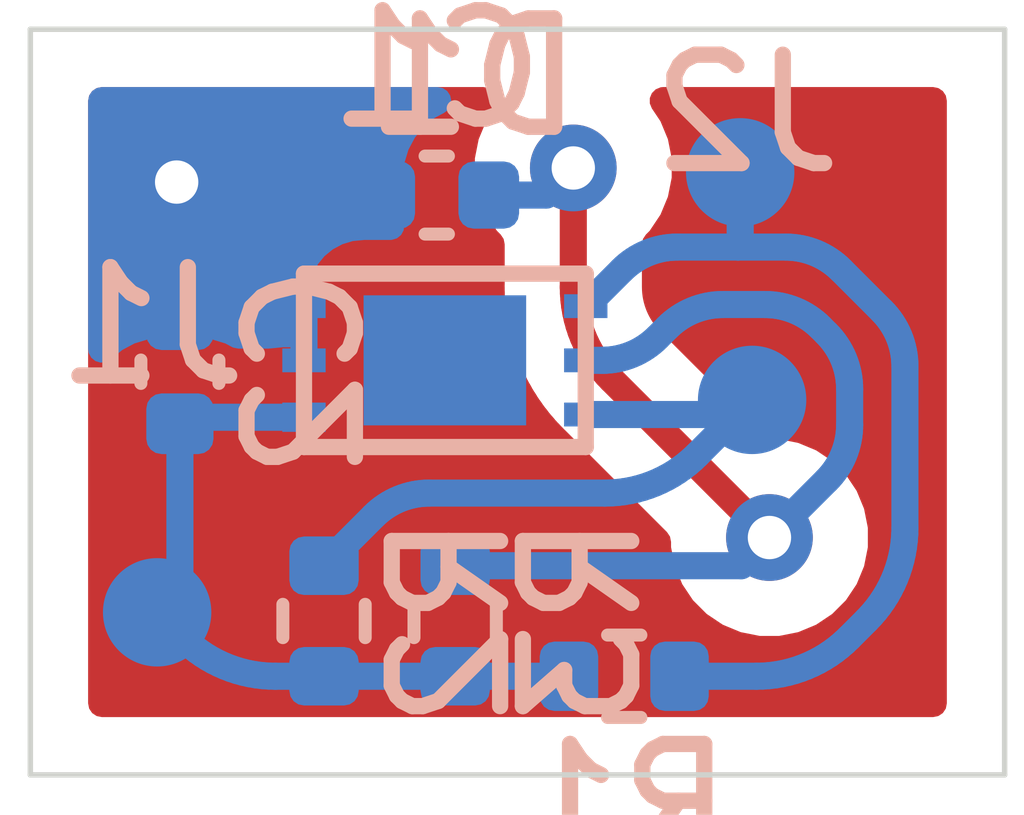
<source format=kicad_pcb>
(kicad_pcb (version 20171130) (host pcbnew 5.1.9+dfsg1-1+deb11u1)

  (general
    (thickness 1.6)
    (drawings 4)
    (tracks 272)
    (zones 0)
    (modules 10)
    (nets 6)
  )

  (page A4 portrait)
  (layers
    (0 F.Cu signal)
    (31 B.Cu signal)
    (32 B.Adhes user hide)
    (33 F.Adhes user hide)
    (34 B.Paste user hide)
    (35 F.Paste user hide)
    (36 B.SilkS user hide)
    (37 F.SilkS user hide)
    (38 B.Mask user)
    (39 F.Mask user)
    (40 Dwgs.User user)
    (41 Cmts.User user)
    (42 Eco1.User user)
    (43 Eco2.User user)
    (44 Edge.Cuts user)
    (45 Margin user hide)
    (46 B.CrtYd user hide)
    (47 F.CrtYd user hide)
    (48 B.Fab user hide)
    (49 F.Fab user hide)
  )

  (setup
    (last_trace_width 0.25)
    (trace_clearance 0.2)
    (zone_clearance 0.508)
    (zone_45_only no)
    (trace_min 0.2)
    (via_size 0.8)
    (via_drill 0.4)
    (via_min_size 0.4)
    (via_min_drill 0.3)
    (uvia_size 0.3)
    (uvia_drill 0.1)
    (uvias_allowed no)
    (uvia_min_size 0.2)
    (uvia_min_drill 0.1)
    (edge_width 0.05)
    (segment_width 0.2)
    (pcb_text_width 0.3)
    (pcb_text_size 1.5 1.5)
    (mod_edge_width 0.12)
    (mod_text_size 1 1)
    (mod_text_width 0.15)
    (pad_size 1.524 1.524)
    (pad_drill 0.762)
    (pad_to_mask_clearance 0)
    (aux_axis_origin 0 0)
    (visible_elements FFFFFF7F)
    (pcbplotparams
      (layerselection 0x010fc_ffffffff)
      (usegerberextensions false)
      (usegerberattributes true)
      (usegerberadvancedattributes true)
      (creategerberjobfile true)
      (excludeedgelayer true)
      (linewidth 0.100000)
      (plotframeref false)
      (viasonmask false)
      (mode 1)
      (useauxorigin false)
      (hpglpennumber 1)
      (hpglpenspeed 20)
      (hpglpendiameter 15.000000)
      (psnegative false)
      (psa4output false)
      (plotreference true)
      (plotvalue true)
      (plotinvisibletext false)
      (padsonsilk false)
      (subtractmaskfromsilk false)
      (outputformat 1)
      (mirror false)
      (drillshape 1)
      (scaleselection 1)
      (outputdirectory ""))
  )

  (net 0 "")
  (net 1 GND)
  (net 2 "Net-(C1-Pad1)")
  (net 3 "Net-(C2-Pad1)")
  (net 4 "Net-(D1-Pad6)")
  (net 5 "Net-(D1-Pad4)")

  (net_class Default "This is the default net class."
    (clearance 0.2)
    (trace_width 0.25)
    (via_dia 0.8)
    (via_drill 0.4)
    (uvia_dia 0.3)
    (uvia_drill 0.1)
    (add_net GND)
    (add_net "Net-(C1-Pad1)")
    (add_net "Net-(C2-Pad1)")
    (add_net "Net-(D1-Pad4)")
    (add_net "Net-(D1-Pad6)")
  )

  (module My-library:ConnMini (layer B.Cu) (tedit 6346AF19) (tstamp 63CFEC88)
    (at 29.35 44.92)
    (path /63D01DEE)
    (fp_text reference J4 (at -0.05 -2.64) (layer B.SilkS)
      (effects (font (size 1 1) (thickness 0.15)) (justify mirror))
    )
    (fp_text value Conn (at 0.04 2.59) (layer B.Fab)
      (effects (font (size 1 1) (thickness 0.15)) (justify mirror))
    )
    (pad 1 smd circle (at 0 0) (size 1 1) (layers B.Cu B.Paste B.Mask)
      (net 1 GND))
  )

  (module My-library:ConnMini (layer B.Cu) (tedit 6346AF19) (tstamp 63CFEC83)
    (at 34.55 44.83)
    (path /63D01AFA)
    (fp_text reference J3 (at -0.05 -2.64) (layer B.SilkS)
      (effects (font (size 1 1) (thickness 0.15)) (justify mirror))
    )
    (fp_text value Conn (at 0.04 2.59) (layer B.Fab)
      (effects (font (size 1 1) (thickness 0.15)) (justify mirror))
    )
    (pad 1 smd circle (at 0 0) (size 1 1) (layers B.Cu B.Paste B.Mask)
      (net 5 "Net-(D1-Pad4)"))
  )

  (module My-library:ConnMini (layer B.Cu) (tedit 6346AF19) (tstamp 63CFEC7E)
    (at 34.66 46.93)
    (path /63CF8FE7)
    (fp_text reference J2 (at -0.05 -2.64) (layer B.SilkS)
      (effects (font (size 1 1) (thickness 0.15)) (justify mirror))
    )
    (fp_text value Conn (at 0.04 2.59) (layer B.Fab)
      (effects (font (size 1 1) (thickness 0.15)) (justify mirror))
    )
    (pad 1 smd circle (at 0 0) (size 1 1) (layers B.Cu B.Paste B.Mask)
      (net 4 "Net-(D1-Pad6)"))
  )

  (module My-library:ConnMini (layer B.Cu) (tedit 6346AF19) (tstamp 63CFEC79)
    (at 29.17 48.89)
    (path /63D02049)
    (fp_text reference J1 (at -0.05 -2.64) (layer B.SilkS)
      (effects (font (size 1 1) (thickness 0.15)) (justify mirror))
    )
    (fp_text value Conn (at 0.04 2.59) (layer B.Fab)
      (effects (font (size 1 1) (thickness 0.15)) (justify mirror))
    )
    (pad 1 smd circle (at 0 0) (size 1 1) (layers B.Cu B.Paste B.Mask)
      (net 3 "Net-(C2-Pad1)"))
  )

  (module Resistor_SMD:R_0402_1005Metric (layer B.Cu) (tedit 5F68FEEE) (tstamp 63CFECBB)
    (at 31.92 48.97 90)
    (descr "Resistor SMD 0402 (1005 Metric), square (rectangular) end terminal, IPC_7351 nominal, (Body size source: IPC-SM-782 page 72, https://www.pcb-3d.com/wordpress/wp-content/uploads/ipc-sm-782a_amendment_1_and_2.pdf), generated with kicad-footprint-generator")
    (tags resistor)
    (path /63D04415)
    (attr smd)
    (fp_text reference R3 (at 0 1.17 90) (layer B.SilkS)
      (effects (font (size 1 1) (thickness 0.15)) (justify mirror))
    )
    (fp_text value 1k (at 0 -1.17 90) (layer B.Fab)
      (effects (font (size 1 1) (thickness 0.15)) (justify mirror))
    )
    (fp_text user %R (at 0 0 90) (layer B.Fab)
      (effects (font (size 0.26 0.26) (thickness 0.04)) (justify mirror))
    )
    (fp_line (start -0.525 -0.27) (end -0.525 0.27) (layer B.Fab) (width 0.1))
    (fp_line (start -0.525 0.27) (end 0.525 0.27) (layer B.Fab) (width 0.1))
    (fp_line (start 0.525 0.27) (end 0.525 -0.27) (layer B.Fab) (width 0.1))
    (fp_line (start 0.525 -0.27) (end -0.525 -0.27) (layer B.Fab) (width 0.1))
    (fp_line (start -0.153641 0.38) (end 0.153641 0.38) (layer B.SilkS) (width 0.12))
    (fp_line (start -0.153641 -0.38) (end 0.153641 -0.38) (layer B.SilkS) (width 0.12))
    (fp_line (start -0.93 -0.47) (end -0.93 0.47) (layer B.CrtYd) (width 0.05))
    (fp_line (start -0.93 0.47) (end 0.93 0.47) (layer B.CrtYd) (width 0.05))
    (fp_line (start 0.93 0.47) (end 0.93 -0.47) (layer B.CrtYd) (width 0.05))
    (fp_line (start 0.93 -0.47) (end -0.93 -0.47) (layer B.CrtYd) (width 0.05))
    (pad 2 smd roundrect (at 0.51 0 90) (size 0.54 0.64) (layers B.Cu B.Paste B.Mask) (roundrect_rratio 0.25)
      (net 2 "Net-(C1-Pad1)"))
    (pad 1 smd roundrect (at -0.51 0 90) (size 0.54 0.64) (layers B.Cu B.Paste B.Mask) (roundrect_rratio 0.25)
      (net 3 "Net-(C2-Pad1)"))
    (model ${KISYS3DMOD}/Resistor_SMD.3dshapes/R_0402_1005Metric.wrl
      (at (xyz 0 0 0))
      (scale (xyz 1 1 1))
      (rotate (xyz 0 0 0))
    )
  )

  (module Resistor_SMD:R_0402_1005Metric (layer B.Cu) (tedit 5F68FEEE) (tstamp 63CFECAA)
    (at 30.71 48.97 90)
    (descr "Resistor SMD 0402 (1005 Metric), square (rectangular) end terminal, IPC_7351 nominal, (Body size source: IPC-SM-782 page 72, https://www.pcb-3d.com/wordpress/wp-content/uploads/ipc-sm-782a_amendment_1_and_2.pdf), generated with kicad-footprint-generator")
    (tags resistor)
    (path /63CFFAEB)
    (attr smd)
    (fp_text reference R2 (at 0 1.17 90) (layer B.SilkS)
      (effects (font (size 1 1) (thickness 0.15)) (justify mirror))
    )
    (fp_text value 5.1k (at 0 -1.17 90) (layer B.Fab)
      (effects (font (size 1 1) (thickness 0.15)) (justify mirror))
    )
    (fp_text user %R (at 0 0 90) (layer B.Fab)
      (effects (font (size 0.26 0.26) (thickness 0.04)) (justify mirror))
    )
    (fp_line (start -0.525 -0.27) (end -0.525 0.27) (layer B.Fab) (width 0.1))
    (fp_line (start -0.525 0.27) (end 0.525 0.27) (layer B.Fab) (width 0.1))
    (fp_line (start 0.525 0.27) (end 0.525 -0.27) (layer B.Fab) (width 0.1))
    (fp_line (start 0.525 -0.27) (end -0.525 -0.27) (layer B.Fab) (width 0.1))
    (fp_line (start -0.153641 0.38) (end 0.153641 0.38) (layer B.SilkS) (width 0.12))
    (fp_line (start -0.153641 -0.38) (end 0.153641 -0.38) (layer B.SilkS) (width 0.12))
    (fp_line (start -0.93 -0.47) (end -0.93 0.47) (layer B.CrtYd) (width 0.05))
    (fp_line (start -0.93 0.47) (end 0.93 0.47) (layer B.CrtYd) (width 0.05))
    (fp_line (start 0.93 0.47) (end 0.93 -0.47) (layer B.CrtYd) (width 0.05))
    (fp_line (start 0.93 -0.47) (end -0.93 -0.47) (layer B.CrtYd) (width 0.05))
    (pad 2 smd roundrect (at 0.51 0 90) (size 0.54 0.64) (layers B.Cu B.Paste B.Mask) (roundrect_rratio 0.25)
      (net 4 "Net-(D1-Pad6)"))
    (pad 1 smd roundrect (at -0.51 0 90) (size 0.54 0.64) (layers B.Cu B.Paste B.Mask) (roundrect_rratio 0.25)
      (net 3 "Net-(C2-Pad1)"))
    (model ${KISYS3DMOD}/Resistor_SMD.3dshapes/R_0402_1005Metric.wrl
      (at (xyz 0 0 0))
      (scale (xyz 1 1 1))
      (rotate (xyz 0 0 0))
    )
  )

  (module Resistor_SMD:R_0402_1005Metric (layer B.Cu) (tedit 5F68FEEE) (tstamp 63CFEC99)
    (at 33.48 49.48)
    (descr "Resistor SMD 0402 (1005 Metric), square (rectangular) end terminal, IPC_7351 nominal, (Body size source: IPC-SM-782 page 72, https://www.pcb-3d.com/wordpress/wp-content/uploads/ipc-sm-782a_amendment_1_and_2.pdf), generated with kicad-footprint-generator")
    (tags resistor)
    (path /63CF94A8)
    (attr smd)
    (fp_text reference R1 (at 0 1.17) (layer B.SilkS)
      (effects (font (size 1 1) (thickness 0.15)) (justify mirror))
    )
    (fp_text value 5.1k (at 0 -1.17) (layer B.Fab)
      (effects (font (size 1 1) (thickness 0.15)) (justify mirror))
    )
    (fp_text user %R (at 0 0) (layer B.Fab)
      (effects (font (size 0.26 0.26) (thickness 0.04)) (justify mirror))
    )
    (fp_line (start -0.525 -0.27) (end -0.525 0.27) (layer B.Fab) (width 0.1))
    (fp_line (start -0.525 0.27) (end 0.525 0.27) (layer B.Fab) (width 0.1))
    (fp_line (start 0.525 0.27) (end 0.525 -0.27) (layer B.Fab) (width 0.1))
    (fp_line (start 0.525 -0.27) (end -0.525 -0.27) (layer B.Fab) (width 0.1))
    (fp_line (start -0.153641 0.38) (end 0.153641 0.38) (layer B.SilkS) (width 0.12))
    (fp_line (start -0.153641 -0.38) (end 0.153641 -0.38) (layer B.SilkS) (width 0.12))
    (fp_line (start -0.93 -0.47) (end -0.93 0.47) (layer B.CrtYd) (width 0.05))
    (fp_line (start -0.93 0.47) (end 0.93 0.47) (layer B.CrtYd) (width 0.05))
    (fp_line (start 0.93 0.47) (end 0.93 -0.47) (layer B.CrtYd) (width 0.05))
    (fp_line (start 0.93 -0.47) (end -0.93 -0.47) (layer B.CrtYd) (width 0.05))
    (pad 2 smd roundrect (at 0.51 0) (size 0.54 0.64) (layers B.Cu B.Paste B.Mask) (roundrect_rratio 0.25)
      (net 5 "Net-(D1-Pad4)"))
    (pad 1 smd roundrect (at -0.51 0) (size 0.54 0.64) (layers B.Cu B.Paste B.Mask) (roundrect_rratio 0.25)
      (net 3 "Net-(C2-Pad1)"))
    (model ${KISYS3DMOD}/Resistor_SMD.3dshapes/R_0402_1005Metric.wrl
      (at (xyz 0 0 0))
      (scale (xyz 1 1 1))
      (rotate (xyz 0 0 0))
    )
  )

  (module My-library:BH1750FVI (layer B.Cu) (tedit 63CF98A0) (tstamp 63CFEC74)
    (at 31.824999 46.565001)
    (path /63CFCB21)
    (fp_text reference D1 (at 0.27 -2.61) (layer B.SilkS)
      (effects (font (size 1 1) (thickness 0.15)) (justify mirror))
    )
    (fp_text value BH1750FVI (at -0.34 2.48) (layer B.Fab)
      (effects (font (size 1 1) (thickness 0.15)) (justify mirror))
    )
    (fp_line (start -1.3 0.8) (end 1.3 0.8) (layer B.SilkS) (width 0.15))
    (fp_line (start 1.3 0.8) (end 1.3 -0.8) (layer B.SilkS) (width 0.15))
    (fp_line (start 1.3 -0.8) (end -1.3 -0.8) (layer B.SilkS) (width 0.15))
    (fp_line (start -1.3 -0.8) (end -1.3 0.8) (layer B.SilkS) (width 0.15))
    (pad 7 smd rect (at 0 0) (size 1.5 1.2) (layers B.Cu B.Paste B.Mask))
    (pad 6 smd rect (at 1.3 0.5) (size 0.4 0.22) (layers B.Cu B.Paste B.Mask)
      (net 4 "Net-(D1-Pad6)"))
    (pad 5 smd rect (at 1.3 0) (size 0.4 0.22) (layers B.Cu B.Paste B.Mask)
      (net 2 "Net-(C1-Pad1)"))
    (pad 4 smd rect (at 1.3 -0.5) (size 0.4 0.22) (layers B.Cu B.Paste B.Mask)
      (net 5 "Net-(D1-Pad4)"))
    (pad 3 smd rect (at -1.3 -0.5) (size 0.4 0.22) (layers B.Cu B.Paste B.Mask)
      (net 1 GND))
    (pad 2 smd rect (at -1.3 0) (size 0.4 0.22) (layers B.Cu B.Paste B.Mask)
      (net 1 GND))
    (pad 1 smd rect (at -1.3 0.525) (size 0.4 0.27) (layers B.Cu B.Paste B.Mask)
      (net 3 "Net-(C2-Pad1)"))
  )

  (module Capacitor_SMD:C_0402_1005Metric (layer B.Cu) (tedit 5F68FEEE) (tstamp 63CFEC69)
    (at 29.38 46.67 90)
    (descr "Capacitor SMD 0402 (1005 Metric), square (rectangular) end terminal, IPC_7351 nominal, (Body size source: IPC-SM-782 page 76, https://www.pcb-3d.com/wordpress/wp-content/uploads/ipc-sm-782a_amendment_1_and_2.pdf), generated with kicad-footprint-generator")
    (tags capacitor)
    (path /63CF9750)
    (attr smd)
    (fp_text reference C2 (at 0 1.16 90) (layer B.SilkS)
      (effects (font (size 1 1) (thickness 0.15)) (justify mirror))
    )
    (fp_text value 0.1uF (at 0 -1.16 90) (layer B.Fab)
      (effects (font (size 1 1) (thickness 0.15)) (justify mirror))
    )
    (fp_text user %R (at 0 0 90) (layer B.Fab)
      (effects (font (size 0.25 0.25) (thickness 0.04)) (justify mirror))
    )
    (fp_line (start -0.5 -0.25) (end -0.5 0.25) (layer B.Fab) (width 0.1))
    (fp_line (start -0.5 0.25) (end 0.5 0.25) (layer B.Fab) (width 0.1))
    (fp_line (start 0.5 0.25) (end 0.5 -0.25) (layer B.Fab) (width 0.1))
    (fp_line (start 0.5 -0.25) (end -0.5 -0.25) (layer B.Fab) (width 0.1))
    (fp_line (start -0.107836 0.36) (end 0.107836 0.36) (layer B.SilkS) (width 0.12))
    (fp_line (start -0.107836 -0.36) (end 0.107836 -0.36) (layer B.SilkS) (width 0.12))
    (fp_line (start -0.91 -0.46) (end -0.91 0.46) (layer B.CrtYd) (width 0.05))
    (fp_line (start -0.91 0.46) (end 0.91 0.46) (layer B.CrtYd) (width 0.05))
    (fp_line (start 0.91 0.46) (end 0.91 -0.46) (layer B.CrtYd) (width 0.05))
    (fp_line (start 0.91 -0.46) (end -0.91 -0.46) (layer B.CrtYd) (width 0.05))
    (pad 2 smd roundrect (at 0.48 0 90) (size 0.56 0.62) (layers B.Cu B.Paste B.Mask) (roundrect_rratio 0.25)
      (net 1 GND))
    (pad 1 smd roundrect (at -0.48 0 90) (size 0.56 0.62) (layers B.Cu B.Paste B.Mask) (roundrect_rratio 0.25)
      (net 3 "Net-(C2-Pad1)"))
    (model ${KISYS3DMOD}/Capacitor_SMD.3dshapes/C_0402_1005Metric.wrl
      (at (xyz 0 0 0))
      (scale (xyz 1 1 1))
      (rotate (xyz 0 0 0))
    )
  )

  (module Capacitor_SMD:C_0402_1005Metric (layer B.Cu) (tedit 5F68FEEE) (tstamp 63CFEC58)
    (at 31.75 45.04 180)
    (descr "Capacitor SMD 0402 (1005 Metric), square (rectangular) end terminal, IPC_7351 nominal, (Body size source: IPC-SM-782 page 76, https://www.pcb-3d.com/wordpress/wp-content/uploads/ipc-sm-782a_amendment_1_and_2.pdf), generated with kicad-footprint-generator")
    (tags capacitor)
    (path /63CFD3BF)
    (attr smd)
    (fp_text reference C1 (at 0 1.16) (layer B.SilkS)
      (effects (font (size 1 1) (thickness 0.15)) (justify mirror))
    )
    (fp_text value 1uF (at 0 -1.16) (layer B.Fab)
      (effects (font (size 1 1) (thickness 0.15)) (justify mirror))
    )
    (fp_text user %R (at 0 0) (layer B.Fab)
      (effects (font (size 0.25 0.25) (thickness 0.04)) (justify mirror))
    )
    (fp_line (start -0.5 -0.25) (end -0.5 0.25) (layer B.Fab) (width 0.1))
    (fp_line (start -0.5 0.25) (end 0.5 0.25) (layer B.Fab) (width 0.1))
    (fp_line (start 0.5 0.25) (end 0.5 -0.25) (layer B.Fab) (width 0.1))
    (fp_line (start 0.5 -0.25) (end -0.5 -0.25) (layer B.Fab) (width 0.1))
    (fp_line (start -0.107836 0.36) (end 0.107836 0.36) (layer B.SilkS) (width 0.12))
    (fp_line (start -0.107836 -0.36) (end 0.107836 -0.36) (layer B.SilkS) (width 0.12))
    (fp_line (start -0.91 -0.46) (end -0.91 0.46) (layer B.CrtYd) (width 0.05))
    (fp_line (start -0.91 0.46) (end 0.91 0.46) (layer B.CrtYd) (width 0.05))
    (fp_line (start 0.91 0.46) (end 0.91 -0.46) (layer B.CrtYd) (width 0.05))
    (fp_line (start 0.91 -0.46) (end -0.91 -0.46) (layer B.CrtYd) (width 0.05))
    (pad 2 smd roundrect (at 0.48 0 180) (size 0.56 0.62) (layers B.Cu B.Paste B.Mask) (roundrect_rratio 0.25)
      (net 1 GND))
    (pad 1 smd roundrect (at -0.48 0 180) (size 0.56 0.62) (layers B.Cu B.Paste B.Mask) (roundrect_rratio 0.25)
      (net 2 "Net-(C1-Pad1)"))
    (model ${KISYS3DMOD}/Capacitor_SMD.3dshapes/C_0402_1005Metric.wrl
      (at (xyz 0 0 0))
      (scale (xyz 1 1 1))
      (rotate (xyz 0 0 0))
    )
  )

  (gr_line (start 28 50.39) (end 28 43.51) (layer Edge.Cuts) (width 0.05))
  (gr_line (start 36.99 50.39) (end 28 50.39) (layer Edge.Cuts) (width 0.05))
  (gr_line (start 36.99 43.51) (end 36.99 50.39) (layer Edge.Cuts) (width 0.05))
  (gr_line (start 28 43.51) (end 36.99 43.51) (layer Edge.Cuts) (width 0.05))

  (via (at 33.01 44.79) (size 0.8) (drill 0.4) (layers F.Cu B.Cu) (net 2))
  (segment (start 29.504999 46.065001) (end 29.38 46.19) (width 0.25) (layer B.Cu) (net 1))
  (segment (start 30.524999 46.065001) (end 29.504999 46.065001) (width 0.25) (layer B.Cu) (net 1))
  (segment (start 30.524999 46.565001) (end 30.524999 46.065001) (width 0.25) (layer B.Cu) (net 1))
  (segment (start 30.524999 46.065001) (end 30.524999 45.435001) (width 0.25) (layer B.Cu) (net 1))
  (segment (start 30.92 45.04) (end 31.27 45.04) (width 0.25) (layer B.Cu) (net 1))
  (segment (start 30.524999 45.435001) (end 30.92 45.04) (width 0.25) (layer B.Cu) (net 1))
  (segment (start 29.35 46.16) (end 29.38 46.19) (width 0.25) (layer B.Cu) (net 1))
  (segment (start 29.35 44.92) (end 29.35 44.92) (width 0.25) (layer B.Cu) (net 1))
  (segment (start 29.35 44.92) (end 29.35 46.16) (width 0.25) (layer B.Cu) (net 1) (tstamp 63CFFA87))
  (via (at 29.35 44.92) (size 0.8) (drill 0.4) (layers F.Cu B.Cu) (net 1))
  (segment (start 34.82 48.2) (end 34.82 48.2) (width 0.25) (layer B.Cu) (net 2))
  (via (at 34.82 48.2) (size 0.8) (drill 0.4) (layers F.Cu B.Cu) (net 2))
  (segment (start 32.76 45.04) (end 33.01 44.79) (width 0.25) (layer B.Cu) (net 2))
  (segment (start 32.23 45.04) (end 32.76 45.04) (width 0.25) (layer B.Cu) (net 2))
  (segment (start 33.363553 46.743553) (end 34.82 48.2) (width 0.25) (layer F.Cu) (net 2))
  (segment (start 33.363553 46.743553) (end 33.322699 46.700642) (width 0.25) (layer F.Cu) (net 2) (tstamp 38C))
  (segment (start 33.322699 46.700642) (end 33.284 46.65578) (width 0.25) (layer F.Cu) (net 2) (tstamp 38C))
  (segment (start 33.284 46.65578) (end 33.247549 46.609072) (width 0.25) (layer F.Cu) (net 2) (tstamp 38C))
  (segment (start 33.247549 46.609072) (end 33.213433 46.560632) (width 0.25) (layer F.Cu) (net 2) (tstamp 38C))
  (segment (start 33.213433 46.560632) (end 33.181736 46.510576) (width 0.25) (layer F.Cu) (net 2) (tstamp 38C))
  (segment (start 33.181736 46.510576) (end 33.152533 46.459025) (width 0.25) (layer F.Cu) (net 2) (tstamp 38C))
  (segment (start 33.152533 46.459025) (end 33.125894 46.406104) (width 0.25) (layer F.Cu) (net 2) (tstamp 38C))
  (segment (start 33.125894 46.406104) (end 33.101885 46.351939) (width 0.25) (layer F.Cu) (net 2) (tstamp 38C))
  (segment (start 33.101885 46.351939) (end 33.080562 46.296661) (width 0.25) (layer F.Cu) (net 2) (tstamp 38C))
  (segment (start 33.080562 46.296661) (end 33.061977 46.240404) (width 0.25) (layer F.Cu) (net 2) (tstamp 38C))
  (segment (start 33.061977 46.240404) (end 33.046175 46.183302) (width 0.25) (layer F.Cu) (net 2) (tstamp 38C))
  (segment (start 33.046175 46.183302) (end 33.033193 46.125494) (width 0.25) (layer F.Cu) (net 2) (tstamp 38C))
  (segment (start 33.033193 46.125494) (end 33.023064 46.067119) (width 0.25) (layer F.Cu) (net 2) (tstamp 38C))
  (segment (start 33.023064 46.067119) (end 33.015812 46.008317) (width 0.25) (layer F.Cu) (net 2) (tstamp 38C))
  (segment (start 33.015812 46.008317) (end 33.011453 45.949229) (width 0.25) (layer F.Cu) (net 2) (tstamp 38C))
  (segment (start 33.011453 45.949229) (end 33.01 45.89) (width 0.25) (layer F.Cu) (net 2) (tstamp 38C))
  (segment (start 33.01 45.89) (end 33.01 44.79) (width 0.25) (layer F.Cu) (net 2))
  (segment (start 33.274999 46.565001) (end 33.124999 46.565001) (width 0.25) (layer B.Cu) (net 2))
  (segment (start 33.274999 46.565001) (end 33.310536 46.564128) (width 0.25) (layer B.Cu) (net 2) (tstamp 38C))
  (segment (start 33.310536 46.564128) (end 33.345989 46.561513) (width 0.25) (layer B.Cu) (net 2) (tstamp 38C))
  (segment (start 33.345989 46.561513) (end 33.38127 46.557161) (width 0.25) (layer B.Cu) (net 2) (tstamp 38C))
  (segment (start 33.38127 46.557161) (end 33.416295 46.551084) (width 0.25) (layer B.Cu) (net 2) (tstamp 38C))
  (segment (start 33.416295 46.551084) (end 33.45098 46.543295) (width 0.25) (layer B.Cu) (net 2) (tstamp 38C))
  (segment (start 33.45098 46.543295) (end 33.485241 46.533813) (width 0.25) (layer B.Cu) (net 2) (tstamp 38C))
  (segment (start 33.485241 46.533813) (end 33.518996 46.522662) (width 0.25) (layer B.Cu) (net 2) (tstamp 38C))
  (segment (start 33.518996 46.522662) (end 33.552162 46.509869) (width 0.25) (layer B.Cu) (net 2) (tstamp 38C))
  (segment (start 33.552162 46.509869) (end 33.584661 46.495463) (width 0.25) (layer B.Cu) (net 2) (tstamp 38C))
  (segment (start 33.584661 46.495463) (end 33.616414 46.47948) (width 0.25) (layer B.Cu) (net 2) (tstamp 38C))
  (segment (start 33.616414 46.47948) (end 33.647345 46.461958) (width 0.25) (layer B.Cu) (net 2) (tstamp 38C))
  (segment (start 33.647345 46.461958) (end 33.677378 46.442939) (width 0.25) (layer B.Cu) (net 2) (tstamp 38C))
  (segment (start 33.677378 46.442939) (end 33.706442 46.42247) (width 0.25) (layer B.Cu) (net 2) (tstamp 38C))
  (segment (start 33.706442 46.42247) (end 33.734467 46.400599) (width 0.25) (layer B.Cu) (net 2) (tstamp 38C))
  (segment (start 33.734467 46.400599) (end 33.761385 46.37738) (width 0.25) (layer B.Cu) (net 2) (tstamp 38C))
  (segment (start 33.761385 46.37738) (end 33.787131 46.352868) (width 0.25) (layer B.Cu) (net 2) (tstamp 38C))
  (segment (start 34.39 46.05) (end 34.354461 46.050871) (width 0.25) (layer B.Cu) (net 2) (tstamp 38C))
  (segment (start 34.354461 46.050871) (end 34.319009 46.053486) (width 0.25) (layer B.Cu) (net 2) (tstamp 38C))
  (segment (start 34.319009 46.053486) (end 34.283728 46.057838) (width 0.25) (layer B.Cu) (net 2) (tstamp 38C))
  (segment (start 34.283728 46.057838) (end 34.248702 46.063915) (width 0.25) (layer B.Cu) (net 2) (tstamp 38C))
  (segment (start 34.248702 46.063915) (end 34.214017 46.071704) (width 0.25) (layer B.Cu) (net 2) (tstamp 38C))
  (segment (start 34.214017 46.071704) (end 34.179756 46.081185) (width 0.25) (layer B.Cu) (net 2) (tstamp 38C))
  (segment (start 34.179756 46.081185) (end 34.146002 46.092336) (width 0.25) (layer B.Cu) (net 2) (tstamp 38C))
  (segment (start 34.146002 46.092336) (end 34.112835 46.10513) (width 0.25) (layer B.Cu) (net 2) (tstamp 38C))
  (segment (start 34.112835 46.10513) (end 34.080336 46.119536) (width 0.25) (layer B.Cu) (net 2) (tstamp 38C))
  (segment (start 34.080336 46.119536) (end 34.048583 46.135519) (width 0.25) (layer B.Cu) (net 2) (tstamp 38C))
  (segment (start 34.048583 46.135519) (end 34.017653 46.15304) (width 0.25) (layer B.Cu) (net 2) (tstamp 38C))
  (segment (start 34.017653 46.15304) (end 33.987619 46.172059) (width 0.25) (layer B.Cu) (net 2) (tstamp 38C))
  (segment (start 33.987619 46.172059) (end 33.958555 46.192528) (width 0.25) (layer B.Cu) (net 2) (tstamp 38C))
  (segment (start 33.958555 46.192528) (end 33.93053 46.214399) (width 0.25) (layer B.Cu) (net 2) (tstamp 38C))
  (segment (start 33.93053 46.214399) (end 33.903612 46.237618) (width 0.25) (layer B.Cu) (net 2) (tstamp 38C))
  (segment (start 33.903612 46.237618) (end 33.877867 46.262131) (width 0.25) (layer B.Cu) (net 2) (tstamp 38C))
  (segment (start 33.877867 46.262131) (end 33.787131 46.352868) (width 0.25) (layer B.Cu) (net 2))
  (segment (start 35.292132 46.262132) (end 35.266385 46.237619) (width 0.25) (layer B.Cu) (net 2) (tstamp 38C))
  (segment (start 35.266385 46.237619) (end 35.239468 46.2144) (width 0.25) (layer B.Cu) (net 2) (tstamp 38C))
  (segment (start 35.239468 46.2144) (end 35.211443 46.192529) (width 0.25) (layer B.Cu) (net 2) (tstamp 38C))
  (segment (start 35.211443 46.192529) (end 35.182379 46.17206) (width 0.25) (layer B.Cu) (net 2) (tstamp 38C))
  (segment (start 35.182379 46.17206) (end 35.152346 46.153042) (width 0.25) (layer B.Cu) (net 2) (tstamp 38C))
  (segment (start 35.152346 46.153042) (end 35.121415 46.13552) (width 0.25) (layer B.Cu) (net 2) (tstamp 38C))
  (segment (start 35.121415 46.13552) (end 35.089662 46.119537) (width 0.25) (layer B.Cu) (net 2) (tstamp 38C))
  (segment (start 35.089662 46.119537) (end 35.057163 46.105131) (width 0.25) (layer B.Cu) (net 2) (tstamp 38C))
  (segment (start 35.057163 46.105131) (end 35.023997 46.092337) (width 0.25) (layer B.Cu) (net 2) (tstamp 38C))
  (segment (start 35.023997 46.092337) (end 34.990242 46.081186) (width 0.25) (layer B.Cu) (net 2) (tstamp 38C))
  (segment (start 34.990242 46.081186) (end 34.955981 46.071705) (width 0.25) (layer B.Cu) (net 2) (tstamp 38C))
  (segment (start 34.955981 46.071705) (end 34.921296 46.063916) (width 0.25) (layer B.Cu) (net 2) (tstamp 38C))
  (segment (start 34.921296 46.063916) (end 34.886271 46.057839) (width 0.25) (layer B.Cu) (net 2) (tstamp 38C))
  (segment (start 34.886271 46.057839) (end 34.85099 46.053487) (width 0.25) (layer B.Cu) (net 2) (tstamp 38C))
  (segment (start 34.85099 46.053487) (end 34.815537 46.050872) (width 0.25) (layer B.Cu) (net 2) (tstamp 38C))
  (segment (start 34.815537 46.050872) (end 34.78 46.05) (width 0.25) (layer B.Cu) (net 2) (tstamp 38C))
  (segment (start 34.78 46.05) (end 34.39 46.05) (width 0.25) (layer B.Cu) (net 2))
  (segment (start 35.56 46.83) (end 35.559127 46.794461) (width 0.25) (layer B.Cu) (net 2) (tstamp 38C))
  (segment (start 35.559127 46.794461) (end 35.556512 46.759009) (width 0.25) (layer B.Cu) (net 2) (tstamp 38C))
  (segment (start 35.556512 46.759009) (end 35.55216 46.723728) (width 0.25) (layer B.Cu) (net 2) (tstamp 38C))
  (segment (start 35.55216 46.723728) (end 35.546083 46.688702) (width 0.25) (layer B.Cu) (net 2) (tstamp 38C))
  (segment (start 35.546083 46.688702) (end 35.538294 46.654017) (width 0.25) (layer B.Cu) (net 2) (tstamp 38C))
  (segment (start 35.538294 46.654017) (end 35.528813 46.619756) (width 0.25) (layer B.Cu) (net 2) (tstamp 38C))
  (segment (start 35.528813 46.619756) (end 35.517662 46.586002) (width 0.25) (layer B.Cu) (net 2) (tstamp 38C))
  (segment (start 35.517662 46.586002) (end 35.504868 46.552835) (width 0.25) (layer B.Cu) (net 2) (tstamp 38C))
  (segment (start 35.504868 46.552835) (end 35.490462 46.520336) (width 0.25) (layer B.Cu) (net 2) (tstamp 38C))
  (segment (start 35.490462 46.520336) (end 35.474479 46.488583) (width 0.25) (layer B.Cu) (net 2) (tstamp 38C))
  (segment (start 35.474479 46.488583) (end 35.456957 46.457652) (width 0.25) (layer B.Cu) (net 2) (tstamp 38C))
  (segment (start 35.456957 46.457652) (end 35.437939 46.427619) (width 0.25) (layer B.Cu) (net 2) (tstamp 38C))
  (segment (start 35.437939 46.427619) (end 35.417469 46.398555) (width 0.25) (layer B.Cu) (net 2) (tstamp 38C))
  (segment (start 35.417469 46.398555) (end 35.395599 46.37053) (width 0.25) (layer B.Cu) (net 2) (tstamp 38C))
  (segment (start 35.395599 46.37053) (end 35.372379 46.343612) (width 0.25) (layer B.Cu) (net 2) (tstamp 38C))
  (segment (start 35.372379 46.343612) (end 35.347867 46.317867) (width 0.25) (layer B.Cu) (net 2) (tstamp 38C))
  (segment (start 35.347867 46.317867) (end 35.292132 46.262132) (width 0.25) (layer B.Cu) (net 2))
  (segment (start 35.347867 47.672132) (end 34.82 48.2) (width 0.25) (layer B.Cu) (net 2))
  (segment (start 35.347867 47.672132) (end 35.372379 47.646385) (width 0.25) (layer B.Cu) (net 2) (tstamp 38C))
  (segment (start 35.372379 47.646385) (end 35.395598 47.619468) (width 0.25) (layer B.Cu) (net 2) (tstamp 38C))
  (segment (start 35.395598 47.619468) (end 35.417469 47.591443) (width 0.25) (layer B.Cu) (net 2) (tstamp 38C))
  (segment (start 35.417469 47.591443) (end 35.437938 47.562379) (width 0.25) (layer B.Cu) (net 2) (tstamp 38C))
  (segment (start 35.437938 47.562379) (end 35.456957 47.532346) (width 0.25) (layer B.Cu) (net 2) (tstamp 38C))
  (segment (start 35.456957 47.532346) (end 35.474478 47.501415) (width 0.25) (layer B.Cu) (net 2) (tstamp 38C))
  (segment (start 35.474478 47.501415) (end 35.490462 47.469662) (width 0.25) (layer B.Cu) (net 2) (tstamp 38C))
  (segment (start 35.490462 47.469662) (end 35.504867 47.437163) (width 0.25) (layer B.Cu) (net 2) (tstamp 38C))
  (segment (start 35.504867 47.437163) (end 35.517661 47.403997) (width 0.25) (layer B.Cu) (net 2) (tstamp 38C))
  (segment (start 35.517661 47.403997) (end 35.528812 47.370242) (width 0.25) (layer B.Cu) (net 2) (tstamp 38C))
  (segment (start 35.528812 47.370242) (end 35.538293 47.335981) (width 0.25) (layer B.Cu) (net 2) (tstamp 38C))
  (segment (start 35.538293 47.335981) (end 35.546082 47.301296) (width 0.25) (layer B.Cu) (net 2) (tstamp 38C))
  (segment (start 35.546082 47.301296) (end 35.55216 47.266271) (width 0.25) (layer B.Cu) (net 2) (tstamp 38C))
  (segment (start 35.55216 47.266271) (end 35.556511 47.23099) (width 0.25) (layer B.Cu) (net 2) (tstamp 38C))
  (segment (start 35.556511 47.23099) (end 35.559126 47.195537) (width 0.25) (layer B.Cu) (net 2) (tstamp 38C))
  (segment (start 35.559126 47.195537) (end 35.56 47.16) (width 0.25) (layer B.Cu) (net 2) (tstamp 38C))
  (segment (start 35.56 47.16) (end 35.56 46.83) (width 0.25) (layer B.Cu) (net 2))
  (segment (start 34.56 48.46) (end 34.82 48.2) (width 0.25) (layer B.Cu) (net 2))
  (segment (start 31.92 48.46) (end 34.56 48.46) (width 0.25) (layer B.Cu) (net 2))
  (segment (start 29.439999 47.090001) (end 29.38 47.15) (width 0.25) (layer B.Cu) (net 3))
  (segment (start 30.524999 47.090001) (end 29.439999 47.090001) (width 0.25) (layer B.Cu) (net 3))
  (segment (start 29.38 48.68) (end 29.17 48.89) (width 0.25) (layer B.Cu) (net 3))
  (segment (start 29.38 47.15) (end 29.38 48.68) (width 0.25) (layer B.Cu) (net 3))
  (segment (start 31.92 49.48) (end 32.97 49.48) (width 0.25) (layer B.Cu) (net 3))
  (segment (start 30.71 49.48) (end 31.92 49.48) (width 0.25) (layer B.Cu) (net 3))
  (segment (start 29.406446 49.126446) (end 29.17 48.89) (width 0.25) (layer B.Cu) (net 3))
  (segment (start 29.406446 49.126446) (end 29.449356 49.167299) (width 0.25) (layer B.Cu) (net 3) (tstamp 38D))
  (segment (start 29.449356 49.167299) (end 29.494219 49.205998) (width 0.25) (layer B.Cu) (net 3) (tstamp 38D))
  (segment (start 29.494219 49.205998) (end 29.540926 49.242449) (width 0.25) (layer B.Cu) (net 3) (tstamp 38D))
  (segment (start 29.540926 49.242449) (end 29.589366 49.276565) (width 0.25) (layer B.Cu) (net 3) (tstamp 38D))
  (segment (start 29.589366 49.276565) (end 29.639422 49.308262) (width 0.25) (layer B.Cu) (net 3) (tstamp 38D))
  (segment (start 29.639422 49.308262) (end 29.690973 49.337465) (width 0.25) (layer B.Cu) (net 3) (tstamp 38D))
  (segment (start 29.690973 49.337465) (end 29.743894 49.364104) (width 0.25) (layer B.Cu) (net 3) (tstamp 38D))
  (segment (start 29.743894 49.364104) (end 29.798059 49.388114) (width 0.25) (layer B.Cu) (net 3) (tstamp 38D))
  (segment (start 29.798059 49.388114) (end 29.853337 49.409437) (width 0.25) (layer B.Cu) (net 3) (tstamp 38D))
  (segment (start 29.853337 49.409437) (end 29.909595 49.428021) (width 0.25) (layer B.Cu) (net 3) (tstamp 38D))
  (segment (start 29.909595 49.428021) (end 29.966696 49.443824) (width 0.25) (layer B.Cu) (net 3) (tstamp 38D))
  (segment (start 29.966696 49.443824) (end 30.024504 49.456805) (width 0.25) (layer B.Cu) (net 3) (tstamp 38D))
  (segment (start 30.024504 49.456805) (end 30.08288 49.466934) (width 0.25) (layer B.Cu) (net 3) (tstamp 38D))
  (segment (start 30.08288 49.466934) (end 30.141682 49.474187) (width 0.25) (layer B.Cu) (net 3) (tstamp 38D))
  (segment (start 30.141682 49.474187) (end 30.20077 49.478545) (width 0.25) (layer B.Cu) (net 3) (tstamp 38D))
  (segment (start 30.20077 49.478545) (end 30.26 49.48) (width 0.25) (layer B.Cu) (net 3) (tstamp 38D))
  (segment (start 30.26 49.48) (end 30.71 49.48) (width 0.25) (layer B.Cu) (net 3))
  (segment (start 34.524999 47.065001) (end 34.66 46.93) (width 0.25) (layer B.Cu) (net 4))
  (segment (start 33.124999 47.065001) (end 33.705001 47.065001) (width 0.25) (layer B.Cu) (net 4))
  (segment (start 33.705001 47.065001) (end 34.524999 47.065001) (width 0.25) (layer B.Cu) (net 4))
  (segment (start 31.609009 47.793487) (end 31.644461 47.790872) (width 0.25) (layer B.Cu) (net 4))
  (segment (start 31.573728 47.797838) (end 31.609009 47.793487) (width 0.25) (layer B.Cu) (net 4))
  (segment (start 31.538702 47.803916) (end 31.573728 47.797838) (width 0.25) (layer B.Cu) (net 4))
  (segment (start 30.71 48.46) (end 31.167867 48.002132) (width 0.25) (layer B.Cu) (net 4))
  (segment (start 31.644461 47.790872) (end 31.68 47.79) (width 0.25) (layer B.Cu) (net 4))
  (segment (start 31.167867 48.002132) (end 31.193612 47.977619) (width 0.25) (layer B.Cu) (net 4))
  (segment (start 31.22053 47.9544) (end 31.248555 47.932529) (width 0.25) (layer B.Cu) (net 4))
  (segment (start 31.402835 47.845131) (end 31.436002 47.832337) (width 0.25) (layer B.Cu) (net 4))
  (segment (start 31.338583 47.875519) (end 31.370336 47.859536) (width 0.25) (layer B.Cu) (net 4))
  (segment (start 31.193612 47.977619) (end 31.22053 47.9544) (width 0.25) (layer B.Cu) (net 4))
  (segment (start 31.436002 47.832337) (end 31.469756 47.821186) (width 0.25) (layer B.Cu) (net 4))
  (segment (start 31.504017 47.811705) (end 31.538702 47.803916) (width 0.25) (layer B.Cu) (net 4))
  (segment (start 31.248555 47.932529) (end 31.277619 47.91206) (width 0.25) (layer B.Cu) (net 4))
  (segment (start 31.277619 47.91206) (end 31.307653 47.893041) (width 0.25) (layer B.Cu) (net 4))
  (segment (start 31.307653 47.893041) (end 31.338583 47.875519) (width 0.25) (layer B.Cu) (net 4))
  (segment (start 31.370336 47.859536) (end 31.402835 47.845131) (width 0.25) (layer B.Cu) (net 4))
  (segment (start 31.469756 47.821186) (end 31.504017 47.811705) (width 0.25) (layer B.Cu) (net 4))
  (segment (start 34.153553 47.436446) (end 34.66 46.93) (width 0.25) (layer B.Cu) (net 4))
  (segment (start 34.153553 47.436446) (end 34.110642 47.477299) (width 0.25) (layer B.Cu) (net 4) (tstamp 392))
  (segment (start 34.110642 47.477299) (end 34.065779 47.515998) (width 0.25) (layer B.Cu) (net 4) (tstamp 392))
  (segment (start 34.065779 47.515998) (end 34.019072 47.552449) (width 0.25) (layer B.Cu) (net 4) (tstamp 392))
  (segment (start 34.019072 47.552449) (end 33.970632 47.586565) (width 0.25) (layer B.Cu) (net 4) (tstamp 392))
  (segment (start 33.970632 47.586565) (end 33.920576 47.618262) (width 0.25) (layer B.Cu) (net 4) (tstamp 392))
  (segment (start 33.920576 47.618262) (end 33.869025 47.647465) (width 0.25) (layer B.Cu) (net 4) (tstamp 392))
  (segment (start 33.869025 47.647465) (end 33.816104 47.674104) (width 0.25) (layer B.Cu) (net 4) (tstamp 392))
  (segment (start 33.816104 47.674104) (end 33.761939 47.698113) (width 0.25) (layer B.Cu) (net 4) (tstamp 392))
  (segment (start 33.761939 47.698113) (end 33.706661 47.719436) (width 0.25) (layer B.Cu) (net 4) (tstamp 392))
  (segment (start 33.706661 47.719436) (end 33.650404 47.738021) (width 0.25) (layer B.Cu) (net 4) (tstamp 392))
  (segment (start 33.650404 47.738021) (end 33.593302 47.753824) (width 0.25) (layer B.Cu) (net 4) (tstamp 392))
  (segment (start 33.593302 47.753824) (end 33.535494 47.766805) (width 0.25) (layer B.Cu) (net 4) (tstamp 392))
  (segment (start 33.535494 47.766805) (end 33.477119 47.776934) (width 0.25) (layer B.Cu) (net 4) (tstamp 392))
  (segment (start 33.477119 47.776934) (end 33.418317 47.784186) (width 0.25) (layer B.Cu) (net 4) (tstamp 392))
  (segment (start 33.418317 47.784186) (end 33.359229 47.788545) (width 0.25) (layer B.Cu) (net 4) (tstamp 392))
  (segment (start 33.359229 47.788545) (end 33.3 47.79) (width 0.25) (layer B.Cu) (net 4) (tstamp 392))
  (segment (start 33.3 47.79) (end 31.68 47.79) (width 0.25) (layer B.Cu) (net 4))
  (segment (start 34.55 45.5) (end 34.53 45.52) (width 0.25) (layer B.Cu) (net 5))
  (segment (start 34.55 44.83) (end 34.55 45.5) (width 0.25) (layer B.Cu) (net 5))
  (segment (start 33.457867 45.732132) (end 33.124999 46.065001) (width 0.25) (layer B.Cu) (net 5))
  (segment (start 33.457867 45.732132) (end 33.483612 45.707619) (width 0.25) (layer B.Cu) (net 5) (tstamp 390))
  (segment (start 33.483612 45.707619) (end 33.51053 45.6844) (width 0.25) (layer B.Cu) (net 5) (tstamp 390))
  (segment (start 33.51053 45.6844) (end 33.538555 45.662529) (width 0.25) (layer B.Cu) (net 5) (tstamp 390))
  (segment (start 33.538555 45.662529) (end 33.567619 45.64206) (width 0.25) (layer B.Cu) (net 5) (tstamp 390))
  (segment (start 33.567619 45.64206) (end 33.597653 45.623041) (width 0.25) (layer B.Cu) (net 5) (tstamp 390))
  (segment (start 33.597653 45.623041) (end 33.628583 45.605519) (width 0.25) (layer B.Cu) (net 5) (tstamp 390))
  (segment (start 33.628583 45.605519) (end 33.660336 45.589536) (width 0.25) (layer B.Cu) (net 5) (tstamp 390))
  (segment (start 33.660336 45.589536) (end 33.692835 45.575131) (width 0.25) (layer B.Cu) (net 5) (tstamp 390))
  (segment (start 33.692835 45.575131) (end 33.726002 45.562337) (width 0.25) (layer B.Cu) (net 5) (tstamp 390))
  (segment (start 33.726002 45.562337) (end 33.759756 45.551186) (width 0.25) (layer B.Cu) (net 5) (tstamp 390))
  (segment (start 33.759756 45.551186) (end 33.794017 45.541705) (width 0.25) (layer B.Cu) (net 5) (tstamp 390))
  (segment (start 33.794017 45.541705) (end 33.828702 45.533916) (width 0.25) (layer B.Cu) (net 5) (tstamp 390))
  (segment (start 33.828702 45.533916) (end 33.863728 45.527838) (width 0.25) (layer B.Cu) (net 5) (tstamp 390))
  (segment (start 33.863728 45.527838) (end 33.899009 45.523487) (width 0.25) (layer B.Cu) (net 5) (tstamp 390))
  (segment (start 33.899009 45.523487) (end 33.934461 45.520872) (width 0.25) (layer B.Cu) (net 5) (tstamp 390))
  (segment (start 33.934461 45.520872) (end 33.97 45.52) (width 0.25) (layer B.Cu) (net 5) (tstamp 390))
  (segment (start 33.97 45.52) (end 34.53 45.52) (width 0.25) (layer B.Cu) (net 5))
  (segment (start 35.482132 45.732132) (end 35.456385 45.707619) (width 0.25) (layer B.Cu) (net 5) (tstamp 390))
  (segment (start 35.456385 45.707619) (end 35.429468 45.6844) (width 0.25) (layer B.Cu) (net 5) (tstamp 390))
  (segment (start 35.429468 45.6844) (end 35.401443 45.662529) (width 0.25) (layer B.Cu) (net 5) (tstamp 390))
  (segment (start 35.401443 45.662529) (end 35.372379 45.64206) (width 0.25) (layer B.Cu) (net 5) (tstamp 390))
  (segment (start 35.372379 45.64206) (end 35.342346 45.623042) (width 0.25) (layer B.Cu) (net 5) (tstamp 390))
  (segment (start 35.342346 45.623042) (end 35.311415 45.60552) (width 0.25) (layer B.Cu) (net 5) (tstamp 390))
  (segment (start 35.311415 45.60552) (end 35.279662 45.589537) (width 0.25) (layer B.Cu) (net 5) (tstamp 390))
  (segment (start 35.279662 45.589537) (end 35.247163 45.575131) (width 0.25) (layer B.Cu) (net 5) (tstamp 390))
  (segment (start 35.247163 45.575131) (end 35.213997 45.562337) (width 0.25) (layer B.Cu) (net 5) (tstamp 390))
  (segment (start 35.213997 45.562337) (end 35.180242 45.551186) (width 0.25) (layer B.Cu) (net 5) (tstamp 390))
  (segment (start 35.180242 45.551186) (end 35.145981 45.541705) (width 0.25) (layer B.Cu) (net 5) (tstamp 390))
  (segment (start 35.145981 45.541705) (end 35.111296 45.533916) (width 0.25) (layer B.Cu) (net 5) (tstamp 390))
  (segment (start 35.111296 45.533916) (end 35.076271 45.527839) (width 0.25) (layer B.Cu) (net 5) (tstamp 390))
  (segment (start 35.076271 45.527839) (end 35.04099 45.523487) (width 0.25) (layer B.Cu) (net 5) (tstamp 390))
  (segment (start 35.04099 45.523487) (end 35.005537 45.520872) (width 0.25) (layer B.Cu) (net 5) (tstamp 390))
  (segment (start 35.005537 45.520872) (end 34.97 45.52) (width 0.25) (layer B.Cu) (net 5) (tstamp 390))
  (segment (start 34.97 45.52) (end 34.53 45.52) (width 0.25) (layer B.Cu) (net 5))
  (segment (start 36.07 46.62) (end 36.069127 46.584461) (width 0.25) (layer B.Cu) (net 5) (tstamp 390))
  (segment (start 36.069127 46.584461) (end 36.066512 46.549009) (width 0.25) (layer B.Cu) (net 5) (tstamp 390))
  (segment (start 36.066512 46.549009) (end 36.06216 46.513728) (width 0.25) (layer B.Cu) (net 5) (tstamp 390))
  (segment (start 36.06216 46.513728) (end 36.056083 46.478702) (width 0.25) (layer B.Cu) (net 5) (tstamp 390))
  (segment (start 36.056083 46.478702) (end 36.048294 46.444017) (width 0.25) (layer B.Cu) (net 5) (tstamp 390))
  (segment (start 36.048294 46.444017) (end 36.038813 46.409756) (width 0.25) (layer B.Cu) (net 5) (tstamp 390))
  (segment (start 36.038813 46.409756) (end 36.027662 46.376002) (width 0.25) (layer B.Cu) (net 5) (tstamp 390))
  (segment (start 36.027662 46.376002) (end 36.014868 46.342835) (width 0.25) (layer B.Cu) (net 5) (tstamp 390))
  (segment (start 36.014868 46.342835) (end 36.000462 46.310336) (width 0.25) (layer B.Cu) (net 5) (tstamp 390))
  (segment (start 36.000462 46.310336) (end 35.984479 46.278583) (width 0.25) (layer B.Cu) (net 5) (tstamp 390))
  (segment (start 35.984479 46.278583) (end 35.966957 46.247652) (width 0.25) (layer B.Cu) (net 5) (tstamp 390))
  (segment (start 35.966957 46.247652) (end 35.947939 46.217619) (width 0.25) (layer B.Cu) (net 5) (tstamp 390))
  (segment (start 35.947939 46.217619) (end 35.927469 46.188555) (width 0.25) (layer B.Cu) (net 5) (tstamp 390))
  (segment (start 35.927469 46.188555) (end 35.905599 46.16053) (width 0.25) (layer B.Cu) (net 5) (tstamp 390))
  (segment (start 35.905599 46.16053) (end 35.882379 46.133612) (width 0.25) (layer B.Cu) (net 5) (tstamp 390))
  (segment (start 35.882379 46.133612) (end 35.857867 46.107867) (width 0.25) (layer B.Cu) (net 5) (tstamp 390))
  (segment (start 35.857867 46.107867) (end 35.482132 45.732132) (width 0.25) (layer B.Cu) (net 5))
  (segment (start 36.07 48.11) (end 36.07 46.62) (width 0.25) (layer B.Cu) (net 5))
  (segment (start 36.07 48.11) (end 36.068545 48.169229) (width 0.25) (layer B.Cu) (net 5) (tstamp 390))
  (segment (start 36.068545 48.169229) (end 36.064187 48.228317) (width 0.25) (layer B.Cu) (net 5) (tstamp 390))
  (segment (start 36.064187 48.228317) (end 36.056934 48.287119) (width 0.25) (layer B.Cu) (net 5) (tstamp 390))
  (segment (start 36.056934 48.287119) (end 36.046805 48.345494) (width 0.25) (layer B.Cu) (net 5) (tstamp 390))
  (segment (start 36.046805 48.345494) (end 36.033824 48.403302) (width 0.25) (layer B.Cu) (net 5) (tstamp 390))
  (segment (start 36.033824 48.403302) (end 36.018021 48.460404) (width 0.25) (layer B.Cu) (net 5) (tstamp 390))
  (segment (start 36.018021 48.460404) (end 35.999436 48.516661) (width 0.25) (layer B.Cu) (net 5) (tstamp 390))
  (segment (start 35.999436 48.516661) (end 35.978113 48.571939) (width 0.25) (layer B.Cu) (net 5) (tstamp 390))
  (segment (start 35.978113 48.571939) (end 35.954104 48.626104) (width 0.25) (layer B.Cu) (net 5) (tstamp 390))
  (segment (start 35.954104 48.626104) (end 35.927465 48.679025) (width 0.25) (layer B.Cu) (net 5) (tstamp 390))
  (segment (start 35.927465 48.679025) (end 35.898262 48.730576) (width 0.25) (layer B.Cu) (net 5) (tstamp 390))
  (segment (start 35.898262 48.730576) (end 35.866565 48.780632) (width 0.25) (layer B.Cu) (net 5) (tstamp 390))
  (segment (start 35.866565 48.780632) (end 35.832449 48.829072) (width 0.25) (layer B.Cu) (net 5) (tstamp 390))
  (segment (start 35.832449 48.829072) (end 35.795998 48.875779) (width 0.25) (layer B.Cu) (net 5) (tstamp 390))
  (segment (start 35.795998 48.875779) (end 35.757299 48.920642) (width 0.25) (layer B.Cu) (net 5) (tstamp 390))
  (segment (start 35.757299 48.920642) (end 35.716446 48.963553) (width 0.25) (layer B.Cu) (net 5) (tstamp 390))
  (segment (start 34.7 49.48) (end 33.99 49.48) (width 0.25) (layer B.Cu) (net 5))
  (segment (start 34.7 49.48) (end 34.759229 49.478545) (width 0.25) (layer B.Cu) (net 5) (tstamp 390))
  (segment (start 34.759229 49.478545) (end 34.818317 49.474187) (width 0.25) (layer B.Cu) (net 5) (tstamp 390))
  (segment (start 34.818317 49.474187) (end 34.877119 49.466934) (width 0.25) (layer B.Cu) (net 5) (tstamp 390))
  (segment (start 34.877119 49.466934) (end 34.935494 49.456805) (width 0.25) (layer B.Cu) (net 5) (tstamp 390))
  (segment (start 34.935494 49.456805) (end 34.993302 49.443824) (width 0.25) (layer B.Cu) (net 5) (tstamp 390))
  (segment (start 34.993302 49.443824) (end 35.050404 49.428021) (width 0.25) (layer B.Cu) (net 5) (tstamp 390))
  (segment (start 35.050404 49.428021) (end 35.106661 49.409436) (width 0.25) (layer B.Cu) (net 5) (tstamp 390))
  (segment (start 35.106661 49.409436) (end 35.161939 49.388113) (width 0.25) (layer B.Cu) (net 5) (tstamp 390))
  (segment (start 35.161939 49.388113) (end 35.216104 49.364104) (width 0.25) (layer B.Cu) (net 5) (tstamp 390))
  (segment (start 35.216104 49.364104) (end 35.269025 49.337465) (width 0.25) (layer B.Cu) (net 5) (tstamp 390))
  (segment (start 35.269025 49.337465) (end 35.320576 49.308262) (width 0.25) (layer B.Cu) (net 5) (tstamp 390))
  (segment (start 35.320576 49.308262) (end 35.370632 49.276565) (width 0.25) (layer B.Cu) (net 5) (tstamp 390))
  (segment (start 35.370632 49.276565) (end 35.419072 49.242449) (width 0.25) (layer B.Cu) (net 5) (tstamp 390))
  (segment (start 35.419072 49.242449) (end 35.465779 49.205998) (width 0.25) (layer B.Cu) (net 5) (tstamp 390))
  (segment (start 35.465779 49.205998) (end 35.510642 49.167299) (width 0.25) (layer B.Cu) (net 5) (tstamp 390))
  (segment (start 35.510642 49.167299) (end 35.553553 49.126446) (width 0.25) (layer B.Cu) (net 5) (tstamp 390))
  (segment (start 35.553553 49.126446) (end 35.716446 48.963553) (width 0.25) (layer B.Cu) (net 5))

  (zone (net 1) (net_name GND) (layer B.Cu) (tstamp 0) (hatch edge 0.508)
    (connect_pads yes (clearance 0.508))
    (min_thickness 0.254)
    (fill yes (arc_segments 32) (thermal_gap 0.508) (thermal_bridge_width 0.508))
    (polygon
      (pts
        (xy 37.16 50.67) (xy 27.74 50.67) (xy 27.74 43.24) (xy 37.16 43.24)
      )
    )
    (filled_polygon
      (pts
        (xy 31.657726 44.223057) (xy 31.53982 44.31982) (xy 31.443057 44.437726) (xy 31.371155 44.572245) (xy 31.326878 44.718206)
        (xy 31.311928 44.87) (xy 31.311928 45.21) (xy 31.323444 45.326929) (xy 31.074999 45.326929) (xy 30.950517 45.339189)
        (xy 30.830819 45.375499) (xy 30.720505 45.434464) (xy 30.623814 45.513816) (xy 30.544462 45.610507) (xy 30.485497 45.720821)
        (xy 30.449187 45.840519) (xy 30.436927 45.965001) (xy 30.436927 46.316929) (xy 30.324999 46.316929) (xy 30.200517 46.329189)
        (xy 30.19784 46.330001) (xy 29.920431 46.330001) (xy 29.847755 46.291155) (xy 29.701794 46.246878) (xy 29.55 46.231928)
        (xy 29.21 46.231928) (xy 29.058206 46.246878) (xy 28.912245 46.291155) (xy 28.777726 46.363057) (xy 28.66 46.459672)
        (xy 28.66 44.17) (xy 31.756989 44.17)
      )
    )
  )
  (zone (net 1) (net_name GND) (layer F.Cu) (tstamp 0) (hatch edge 0.508)
    (connect_pads yes (clearance 0.508))
    (min_thickness 0.254)
    (fill yes (arc_segments 32) (thermal_gap 0.508) (thermal_bridge_width 0.508))
    (polygon
      (pts
        (xy 37.18 50.78) (xy 27.72 50.78) (xy 27.72 43.3) (xy 37.18 43.3)
      )
    )
    (filled_polygon
      (pts
        (xy 32.092795 44.299744) (xy 32.014774 44.488102) (xy 31.975 44.688061) (xy 31.975 44.891939) (xy 32.014774 45.091898)
        (xy 32.092795 45.280256) (xy 32.206063 45.449774) (xy 32.25 45.493711) (xy 32.25 45.862018) (xy 32.249314 45.871317)
        (xy 32.25 45.899283) (xy 32.25 45.927332) (xy 32.250916 45.936635) (xy 32.251225 45.949215) (xy 32.250766 45.967911)
        (xy 32.252141 45.986543) (xy 32.252598 46.005189) (xy 32.254884 46.023722) (xy 32.2565 46.045633) (xy 32.256958 46.06429)
        (xy 32.259244 46.082827) (xy 32.260619 46.101463) (xy 32.263811 46.119861) (xy 32.266497 46.141636) (xy 32.267871 46.160266)
        (xy 32.271063 46.178664) (xy 32.273349 46.197197) (xy 32.277442 46.215423) (xy 32.281195 46.237055) (xy 32.283482 46.255594)
        (xy 32.287573 46.273812) (xy 32.290765 46.292207) (xy 32.295747 46.31021) (xy 32.300557 46.331629) (xy 32.303748 46.35002)
        (xy 32.308729 46.368021) (xy 32.312824 46.386254) (xy 32.318682 46.403985) (xy 32.324533 46.425129) (xy 32.328626 46.443355)
        (xy 32.334483 46.461084) (xy 32.339464 46.479083) (xy 32.346188 46.496514) (xy 32.353072 46.517352) (xy 32.358052 46.535348)
        (xy 32.364774 46.552775) (xy 32.370633 46.570509) (xy 32.378201 46.587581) (xy 32.386093 46.608043) (xy 32.391954 46.625784)
        (xy 32.39953 46.642875) (xy 32.406247 46.660289) (xy 32.414635 46.676954) (xy 32.423537 46.697037) (xy 32.430262 46.71447)
        (xy 32.438656 46.731145) (xy 32.44622 46.74821) (xy 32.45543 46.764469) (xy 32.465305 46.784085) (xy 32.472865 46.801141)
        (xy 32.482068 46.817387) (xy 32.490473 46.834084) (xy 32.500464 46.849861) (xy 32.511269 46.868935) (xy 32.519671 46.885627)
        (xy 32.529669 46.901416) (xy 32.53887 46.917658) (xy 32.549618 46.932919) (xy 32.561367 46.951472) (xy 32.570576 46.967729)
        (xy 32.581329 46.982996) (xy 32.591314 46.998765) (xy 32.602806 47.013491) (xy 32.615445 47.031437) (xy 32.625436 47.047214)
        (xy 32.636932 47.061944) (xy 32.647686 47.077214) (xy 32.659878 47.091347) (xy 32.673381 47.108651) (xy 32.684141 47.123928)
        (xy 32.696341 47.13807) (xy 32.707824 47.152785) (xy 32.720705 47.166314) (xy 32.735042 47.182935) (xy 32.746525 47.197649)
        (xy 32.759408 47.211181) (xy 32.771611 47.225327) (xy 32.785129 47.238197) (xy 32.793827 47.247333) (xy 32.799754 47.254555)
        (xy 32.819543 47.274344) (xy 32.838864 47.294638) (xy 32.845946 47.300747) (xy 33.785 48.239802) (xy 33.785 48.301939)
        (xy 33.824774 48.501898) (xy 33.902795 48.690256) (xy 34.016063 48.859774) (xy 34.160226 49.003937) (xy 34.329744 49.117205)
        (xy 34.518102 49.195226) (xy 34.718061 49.235) (xy 34.921939 49.235) (xy 35.121898 49.195226) (xy 35.310256 49.117205)
        (xy 35.479774 49.003937) (xy 35.623937 48.859774) (xy 35.737205 48.690256) (xy 35.815226 48.501898) (xy 35.855 48.301939)
        (xy 35.855 48.098061) (xy 35.815226 47.898102) (xy 35.737205 47.709744) (xy 35.623937 47.540226) (xy 35.479774 47.396063)
        (xy 35.310256 47.282795) (xy 35.121898 47.204774) (xy 34.921939 47.165) (xy 34.859802 47.165) (xy 33.90755 46.212749)
        (xy 33.88599 46.190104) (xy 33.871668 46.173501) (xy 33.858169 46.156203) (xy 33.845541 46.138274) (xy 33.833803 46.119736)
        (xy 33.822996 46.100659) (xy 33.813135 46.081069) (xy 33.80424 46.061003) (xy 33.796354 46.040558) (xy 33.78947 46.019721)
        (xy 33.78362 45.99858) (xy 33.778813 45.977175) (xy 33.775064 45.955569) (xy 33.772381 45.933813) (xy 33.770765 45.91192)
        (xy 33.77 45.880716) (xy 33.77 45.493711) (xy 33.813937 45.449774) (xy 33.927205 45.280256) (xy 34.005226 45.091898)
        (xy 34.045 44.891939) (xy 34.045 44.688061) (xy 34.005226 44.488102) (xy 33.927205 44.299744) (xy 33.840513 44.17)
        (xy 36.33 44.17) (xy 36.330001 49.73) (xy 28.66 49.73) (xy 28.66 44.17) (xy 32.179487 44.17)
      )
    )
  )
)

</source>
